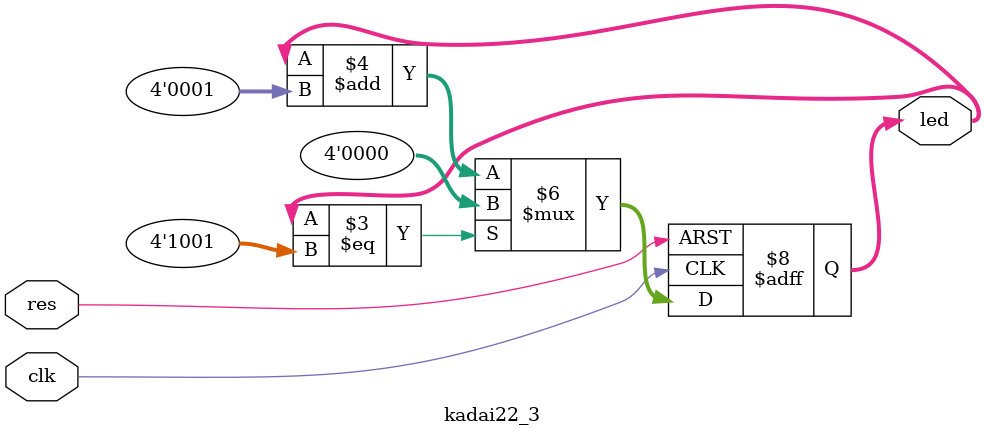
<source format=v>
module kadai22_3(clk, res, led);
    input clk, res;
    output [3:0] led;
    reg [3:0] led;

    always @(posedge clk or negedge res)
    begin
        if (res == 1'b0)
            led <= 4'b0;
        else if(led == 4'd9)
            led <= 4'b0;
        else
            led <= led + 4'd1; 
    end

endmodule

</source>
